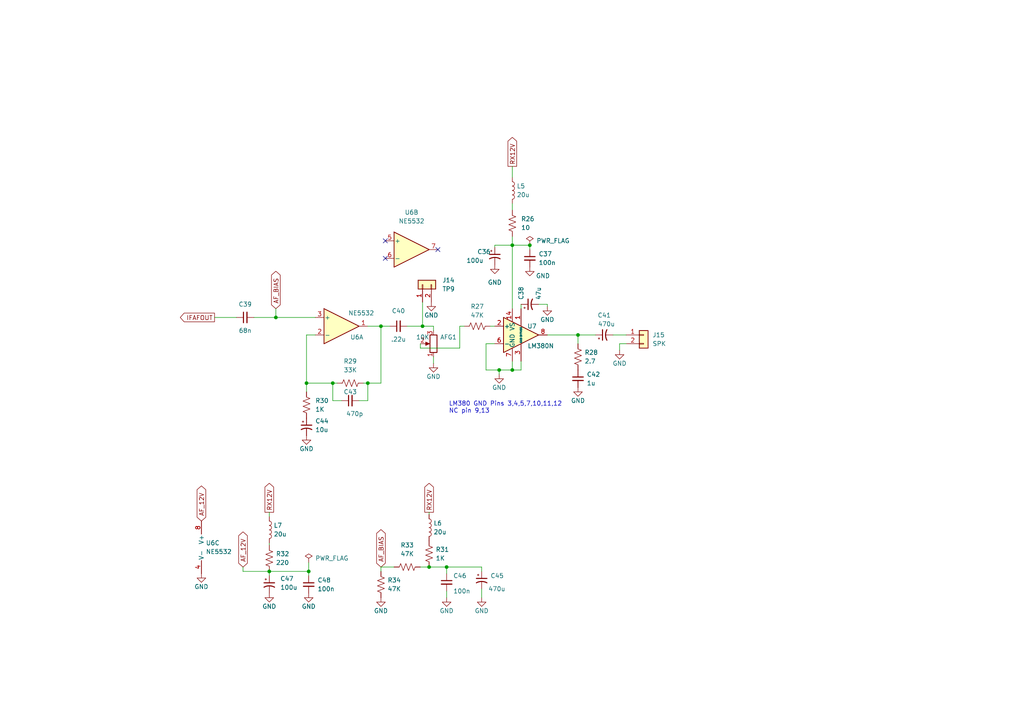
<source format=kicad_sch>
(kicad_sch (version 20211123) (generator eeschema)
  (paper "A4")
  (lib_symbols
    (symbol "Amplifier_Audio:LM380N" (pin_names (offset 0.127))
      (property "Reference" "U" (at 6.35 6.35 0))
      (property "Value" "LM380N" (at 6.35 3.81 0))
      (symbol "LM380N_0_1"
        (polyline (pts (xy -5.08 5.08) (xy 5.08 0) (xy -5.08 -5.08) (xy -5.08 5.08)) (stroke (width 0.254)) (fill (type background)))
      )
      (symbol "LM380N_1_1"
        (pin passive line (at 0 7.62 270) (length 5.08) (name "BYPASS") (number "1"))
        (pin passive line (at 0 -7.62 90) (length 5.08) hide (name "GND") (number "10"))
        (pin passive line (at 0 -7.62 90) (length 5.08) hide (name "GND") (number "11"))
        (pin passive line (at 0 -7.62 90) (length 5.08) hide (name "GND") (number "12"))
        (pin no_connect line (at 0 -2.54 90) (length 2.54) hide (name "NC") (number "13"))
        (pin power_in line (at -2.54 7.62 270) (length 3.81) (name "VS") (number "14"))
        (pin input line (at -7.62 2.54 0) (length 2.54) (name "+") (number "2"))
        (pin power_in line (at 0 -7.62 90) (length 5.08) (name "GND") (number "3"))
        (pin passive line (at 0 -7.62 90) (length 5.08) hide (name "GND") (number "4"))
        (pin passive line (at 0 -7.62 90) (length 5.08) hide (name "GND") (number "5"))
        (pin input line (at -7.62 -2.54 0) (length 2.54) (name "-") (number "6"))
        (pin power_in line (at -2.54 -7.62 90) (length 3.81) (name "GND") (number "7"))
        (pin output line (at 7.62 0 180) (length 2.54) (name "~") (number "8"))
        (pin no_connect line (at 0 2.54 270) (length 2.54) hide (name "NC") (number "9"))
      )
    )
    (symbol "Amplifier_Operational:NE5532" (pin_names (offset 0.127))
      (property "Reference" "U" (at 0 5.08 0))
      (property "Value" "NE5532" (at 0 -5.08 0))
      (symbol "NE5532_1_1"
        (polyline (pts (xy -5.08 5.08) (xy 5.08 0) (xy -5.08 -5.08) (xy -5.08 5.08)) (stroke (width 0.254)) (fill (type background)))
        (pin output line (at 7.62 0 180) (length 2.54) (name "~") (number "1"))
        (pin input line (at -7.62 -2.54 0) (length 2.54) (name "-") (number "2"))
        (pin input line (at -7.62 2.54 0) (length 2.54) (name "+") (number "3"))
      )
      (symbol "NE5532_2_1"
        (polyline (pts (xy -5.08 5.08) (xy 5.08 0) (xy -5.08 -5.08) (xy -5.08 5.08)) (stroke (width 0.254)) (fill (type background)))
        (pin input line (at -7.62 2.54 0) (length 2.54) (name "+") (number "5"))
        (pin input line (at -7.62 -2.54 0) (length 2.54) (name "-") (number "6"))
        (pin output line (at 7.62 0 180) (length 2.54) (name "~") (number "7"))
      )
      (symbol "NE5532_3_1"
        (pin power_in line (at -2.54 -7.62 90) (length 3.81) (name "V-") (number "4"))
        (pin power_in line (at -2.54 7.62 270) (length 3.81) (name "V+") (number "8"))
      )
    )
    (symbol "Connector_Generic:Conn_01x02" (pin_names (offset 1.016) hide)
      (property "Reference" "J" (at 0 2.54 0))
      (property "Value" "Conn_01x02" (at 0 -5.08 0))
      (symbol "Conn_01x02_1_1"
        (rectangle (start -1.27 -2.413) (end 0 -2.667) (stroke (width 0.1524)))
        (rectangle (start -1.27 0.127) (end 0 -0.127) (stroke (width 0.1524)))
        (rectangle (start -1.27 1.27) (end 1.27 -3.81) (stroke (width 0.254)) (fill (type background)))
        (pin passive line (at -5.08 0 0) (length 3.81) (name "Pin_1") (number "1"))
        (pin passive line (at -5.08 -2.54 0) (length 3.81) (name "Pin_2") (number "2"))
      )
    )
    (symbol "Device:C_Polarized_Small_US" (pin_numbers hide) (pin_names (offset 0.254) hide)
      (property "Reference" "C" (at 0.254 1.778 0))
      (property "Value" "C_Polarized_Small_US" (at 0.254 -2.032 0))
      (symbol "C_Polarized_Small_US_0_1"
        (polyline (pts (xy -1.524 0.508) (xy 1.524 0.508)) (stroke (width 0.3048)))
        (polyline (pts (xy -1.27 1.524) (xy -0.762 1.524)))
        (polyline (pts (xy -1.016 1.27) (xy -1.016 1.778)))
        (arc (start 1.524 -0.762) (mid 0 -0.3734) (end -1.524 -0.762) (stroke (width 0.3048)))
      )
      (symbol "C_Polarized_Small_US_1_1"
        (pin passive line (at 0 2.54 270) (length 2.032) (name "~") (number "1"))
        (pin passive line (at 0 -2.54 90) (length 2.032) (name "~") (number "2"))
      )
    )
    (symbol "Device:C_Small" (pin_numbers hide) (pin_names (offset 0.254) hide)
      (property "Reference" "C" (at 0.254 1.778 0))
      (property "Value" "C_Small" (at 0.254 -2.032 0))
      (symbol "C_Small_0_1"
        (polyline (pts (xy -1.524 -0.508) (xy 1.524 -0.508)) (stroke (width 0.3302)))
        (polyline (pts (xy -1.524 0.508) (xy 1.524 0.508)) (stroke (width 0.3048)))
      )
      (symbol "C_Small_1_1"
        (pin passive line (at 0 2.54 270) (length 2.032) (name "~") (number "1"))
        (pin passive line (at 0 -2.54 90) (length 2.032) (name "~") (number "2"))
      )
    )
    (symbol "Device:L" (pin_numbers hide) (pin_names (offset 1.016) hide)
      (property "Reference" "L" (at -1.27 0 90))
      (property "Value" "L" (at 1.905 0 90))
      (symbol "L_0_1"
        (arc (start 0 -2.54) (mid 0.635 -1.905) (end 0 -1.27))
        (arc (start 0 -1.27) (mid 0.635 -0.635) (end 0 0))
        (arc (start 0 0) (mid 0.635 0.635) (end 0 1.27))
        (arc (start 0 1.27) (mid 0.635 1.905) (end 0 2.54))
      )
      (symbol "L_1_1"
        (pin passive line (at 0 3.81 270) (length 1.27) (name "1") (number "1"))
        (pin passive line (at 0 -3.81 90) (length 1.27) (name "2") (number "2"))
      )
    )
    (symbol "Device:R_Potentiometer" (pin_names (offset 1.016) hide)
      (property "Reference" "RV" (at -4.445 0 90))
      (property "Value" "R_Potentiometer" (at -2.54 0 90))
      (symbol "R_Potentiometer_0_1"
        (polyline (pts (xy 2.54 0) (xy 1.524 0)))
        (polyline (pts (xy 1.143 0) (xy 2.286 0.508) (xy 2.286 -0.508) (xy 1.143 0)) (fill (type outline)))
        (rectangle (start 1.016 2.54) (end -1.016 -2.54) (stroke (width 0.254)))
      )
      (symbol "R_Potentiometer_1_1"
        (pin passive line (at 0 3.81 270) (length 1.27) (name "1") (number "1"))
        (pin passive line (at 3.81 0 180) (length 1.27) (name "2") (number "2"))
        (pin passive line (at 0 -3.81 90) (length 1.27) (name "3") (number "3"))
      )
    )
    (symbol "Device:R_US" (pin_numbers hide) (pin_names (offset 0))
      (property "Reference" "R" (at 2.54 0 90))
      (property "Value" "R_US" (at -2.54 0 90))
      (symbol "R_US_0_1"
        (polyline (pts (xy 0 -2.286) (xy 0 -2.54)))
        (polyline (pts (xy 0 2.286) (xy 0 2.54)))
        (polyline (pts (xy 0 -0.762) (xy 1.016 -1.143) (xy 0 -1.524) (xy -1.016 -1.905) (xy 0 -2.286)))
        (polyline (pts (xy 0 0.762) (xy 1.016 0.381) (xy 0 0) (xy -1.016 -0.381) (xy 0 -0.762)))
        (polyline (pts (xy 0 2.286) (xy 1.016 1.905) (xy 0 1.524) (xy -1.016 1.143) (xy 0 0.762)))
      )
      (symbol "R_US_1_1"
        (pin passive line (at 0 3.81 270) (length 1.27) (name "~") (number "1"))
        (pin passive line (at 0 -3.81 90) (length 1.27) (name "~") (number "2"))
      )
    )
    (symbol "power:GND" (power) (pin_names (offset 0))
      (property "Value" "GND" (at 0 -3.81 0))
      (symbol "GND_0_1"
        (polyline (pts (xy 0 0) (xy 0 -1.27) (xy 1.27 -1.27) (xy 0 -2.54) (xy -1.27 -1.27) (xy 0 -1.27)))
      )
      (symbol "GND_1_1"
        (pin power_in line (at 0 0 270) (length 0) hide (name "GND") (number "1"))
      )
    )
    (symbol "power:PWR_FLAG" (power) (pin_numbers hide) (pin_names (offset 0) hide)
      (property "Value" "PWR_FLAG" (at 0 3.81 0))
      (symbol "PWR_FLAG_0_0"
        (pin power_out line (at 0 0 90) (length 0) (name "pwr") (number "1"))
      )
      (symbol "PWR_FLAG_0_1"
        (polyline (pts (xy 0 0) (xy 0 1.27) (xy -1.016 1.905) (xy 0 2.54) (xy 1.016 1.905) (xy 0 1.27)))
      )
    )
  )
  (junction (at 96.52 111.125))
  (junction (at 78.105 165.735))
  (junction (at 110.49 94.615))
  (junction (at 144.78 107.315))
  (junction (at 148.59 107.315))
  (junction (at 80.01 92.075))
  (junction (at 167.64 97.155))
  (junction (at 124.46 164.465))
  (junction (at 129.54 164.465))
  (junction (at 88.9 111.125))
  (junction (at 89.535 165.735))
  (junction (at 153.67 71.12))
  (junction (at 106.68 111.125))
  (junction (at 122.555 94.615))
  (junction (at 148.59 71.12))
  (no_connect (at 111.76 69.85))
  (no_connect (at 127 72.39))
  (no_connect (at 111.76 74.93))
  (wire (pts (xy 139.7 164.465) (xy 129.54 164.465)))
  (wire (pts (xy 153.67 71.12) (xy 153.67 72.39)))
  (wire (pts (xy 144.78 107.315) (xy 140.97 107.315)))
  (wire (pts (xy 143.51 71.755) (xy 143.51 71.12)))
  (wire (pts (xy 148.59 104.775) (xy 148.59 107.315)))
  (wire (pts (xy 110.49 164.465) (xy 110.49 165.735)))
  (wire (pts (xy 88.9 111.125) (xy 88.9 113.665)))
  (wire (pts (xy 78.105 148.59) (xy 78.105 149.86)))
  (wire (pts (xy 139.7 173.355) (xy 139.7 170.815)))
  (wire (pts (xy 78.105 167.005) (xy 78.105 165.735)))
  (wire (pts (xy 167.64 97.155) (xy 172.72 97.155)))
  (wire (pts (xy 133.35 94.615) (xy 133.35 100.965)))
  (wire (pts (xy 96.52 111.125) (xy 88.9 111.125)))
  (wire (pts (xy 96.52 116.205) (xy 96.52 111.125)))
  (wire (pts (xy 89.535 165.735) (xy 89.535 167.005)))
  (wire (pts (xy 62.23 92.075) (xy 68.58 92.075)))
  (wire (pts (xy 122.555 94.615) (xy 125.73 94.615)))
  (wire (pts (xy 151.13 88.265) (xy 151.13 89.535)))
  (wire (pts (xy 148.59 107.315) (xy 144.78 107.315)))
  (wire (pts (xy 80.01 92.075) (xy 91.44 92.075)))
  (wire (pts (xy 140.97 99.695) (xy 143.51 99.695)))
  (wire (pts (xy 144.78 107.315) (xy 144.78 108.585)))
  (wire (pts (xy 124.46 164.465) (xy 129.54 164.465)))
  (wire (pts (xy 143.51 71.12) (xy 148.59 71.12)))
  (wire (pts (xy 110.49 94.615) (xy 113.03 94.615)))
  (wire (pts (xy 106.68 94.615) (xy 110.49 94.615)))
  (wire (pts (xy 148.59 107.315) (xy 151.13 107.315)))
  (wire (pts (xy 78.105 165.735) (xy 89.535 165.735)))
  (wire (pts (xy 125.73 103.505) (xy 125.73 105.41)))
  (wire (pts (xy 70.485 165.735) (xy 70.485 164.465)))
  (wire (pts (xy 151.13 104.775) (xy 151.13 107.315)))
  (wire (pts (xy 124.46 148.59) (xy 124.46 149.225)))
  (wire (pts (xy 148.59 71.12) (xy 153.67 71.12)))
  (wire (pts (xy 91.44 97.155) (xy 88.9 97.155)))
  (wire (pts (xy 142.24 94.615) (xy 143.51 94.615)))
  (wire (pts (xy 104.14 116.205) (xy 106.68 116.205)))
  (wire (pts (xy 134.62 94.615) (xy 133.35 94.615)))
  (wire (pts (xy 121.92 100.965) (xy 133.35 100.965)))
  (wire (pts (xy 129.54 173.355) (xy 129.54 171.45)))
  (wire (pts (xy 158.75 88.265) (xy 158.75 88.9)))
  (wire (pts (xy 156.21 88.265) (xy 158.75 88.265)))
  (wire (pts (xy 148.59 48.26) (xy 148.59 51.435)))
  (wire (pts (xy 110.49 94.615) (xy 110.49 111.125)))
  (wire (pts (xy 167.64 99.695) (xy 167.64 97.155)))
  (wire (pts (xy 125.73 94.615) (xy 125.73 95.885)))
  (wire (pts (xy 106.68 116.205) (xy 106.68 111.125)))
  (wire (pts (xy 121.92 164.465) (xy 124.46 164.465)))
  (wire (pts (xy 179.705 99.695) (xy 179.705 101.6)))
  (wire (pts (xy 122.555 87.63) (xy 122.555 94.615)))
  (wire (pts (xy 73.66 92.075) (xy 80.01 92.075)))
  (wire (pts (xy 158.75 97.155) (xy 167.64 97.155)))
  (wire (pts (xy 99.06 116.205) (xy 96.52 116.205)))
  (wire (pts (xy 139.7 164.465) (xy 139.7 165.735)))
  (wire (pts (xy 148.59 71.12) (xy 148.59 89.535)))
  (wire (pts (xy 121.92 99.695) (xy 121.92 100.965)))
  (wire (pts (xy 78.105 165.735) (xy 70.485 165.735)))
  (wire (pts (xy 88.9 97.155) (xy 88.9 111.125)))
  (wire (pts (xy 148.59 68.58) (xy 148.59 71.12)))
  (wire (pts (xy 80.01 89.535) (xy 80.01 92.075)))
  (wire (pts (xy 114.3 164.465) (xy 110.49 164.465)))
  (wire (pts (xy 129.54 164.465) (xy 129.54 166.37)))
  (wire (pts (xy 118.11 94.615) (xy 122.555 94.615)))
  (wire (pts (xy 89.535 163.195) (xy 89.535 165.735)))
  (wire (pts (xy 97.79 111.125) (xy 96.52 111.125)))
  (wire (pts (xy 105.41 111.125) (xy 106.68 111.125)))
  (wire (pts (xy 110.49 111.125) (xy 106.68 111.125)))
  (wire (pts (xy 140.97 107.315) (xy 140.97 99.695)))
  (wire (pts (xy 181.61 99.695) (xy 179.705 99.695)))
  (wire (pts (xy 148.59 59.055) (xy 148.59 60.96)))
  (wire (pts (xy 78.105 157.48) (xy 78.105 158.115)))
  (wire (pts (xy 177.8 97.155) (xy 181.61 97.155)))
  (text "LM380 GND Pins 3,4,5,7,10,11,12 \nNC pin 9,13" (at 130.175 120.015 0) (effects (font (size 1.27 1.27)) (justify left bottom)))
  (global_label "RX12V" (shape output) (at 124.46 148.59 90) (property "Intersheet References" "${INTERSHEET_REFS}" (effects hide)))
  (global_label "AF_12V" (shape bidirectional) (at 70.485 164.465 90) (property "Intersheet References" "${INTERSHEET_REFS}" (effects hide)))
  (global_label "AF_BIAS" (shape bidirectional) (at 80.01 89.535 90) (property "Intersheet References" "${INTERSHEET_REFS}" (effects hide)))
  (global_label "AF_BIAS" (shape bidirectional) (at 110.49 164.465 90) (property "Intersheet References" "${INTERSHEET_REFS}" (effects hide)))
  (global_label "IFAFOUT" (shape output) (at 62.23 92.075 180) (property "Intersheet References" "${INTERSHEET_REFS}" (effects hide)))
  (global_label "RX12V" (shape output) (at 78.105 148.59 90) (property "Intersheet References" "${INTERSHEET_REFS}" (effects hide)))
  (global_label "AF_12V" (shape bidirectional) (at 58.42 151.13 90) (property "Intersheet References" "${INTERSHEET_REFS}" (effects hide)))
  (global_label "RX12V" (shape output) (at 148.59 48.26 90) (property "Intersheet References" "${INTERSHEET_REFS}" (effects hide)))
  (symbol (lib_id "Device:R_US") (at 110.49 169.545 0) (unit 1)
    (property "Reference" "R34" (at 112.395 168.2749 0) (effects (justify left)))
    (property "Value" "47K" (at 112.395 170.8149 0) (effects (justify left)))
    (property "Footprint" "Resistor_SMD:R_1206_3216Metric" (effects hide))
  )
  (symbol (lib_id "Device:R_US") (at 124.46 160.655 0) (unit 1)
    (property "Reference" "R31" (at 126.365 159.3849 0) (effects (justify left)))
    (property "Value" "1K" (at 126.365 161.9249 0) (effects (justify left)))
    (property "Footprint" "Resistor_SMD:R_1206_3216Metric" (effects hide))
  )
  (symbol (lib_id "Device:C_Small") (at 89.535 169.545 0) (unit 1)
    (property "Reference" "C48" (at 92.075 168.2812 0) (effects (justify left)))
    (property "Value" "100n" (at 92.075 170.8212 0) (effects (justify left)))
    (property "Footprint" "Capacitor_SMD:C_1206_3216Metric" (effects hide))
  )
  (symbol (lib_id "Device:R_US") (at 148.59 64.77 0) (unit 1)
    (property "Reference" "R26" (at 151.13 63.4999 0) (effects (justify left)))
    (property "Value" "10" (at 151.13 66.0399 0) (effects (justify left)))
    (property "Footprint" "Resistor_SMD:R_1206_3216Metric" (effects hide))
  )
  (symbol (lib_id "Amplifier_Operational:NE5532") (at 99.06 94.615 0) (unit 1)
    (property "Reference" "U6" (at 103.505 97.79 0))
    (property "Value" "NE5532" (at 104.775 90.805 0))
    (property "Footprint" "Package_SO:SOP-8_3.9x4.9mm_P1.27mm" (effects hide))
    (property "Datasheet" "http://www.ti.com/lit/ds/symlink/ne5532.pdf" (effects hide))
  )
  (symbol (lib_id "power:GND") (at 125.095 87.63 0) (unit 1)
    (property "Reference" "#PWR050" (effects hide))
    (property "Value" "GND" (at 125.095 91.44 0))
  )
  (symbol (lib_id "power:GND") (at 167.64 112.395 0) (unit 1)
    (property "Reference" "#PWR055" (effects hide))
    (property "Value" "GND" (at 167.64 116.205 0))
  )
  (symbol (lib_id "Device:C_Polarized_Small_US") (at 78.105 169.545 0) (unit 1)
    (property "Reference" "C47" (at 81.28 167.8431 0) (effects (justify left)))
    (property "Value" "100u" (at 81.28 170.3831 0) (effects (justify left)))
    (property "Footprint" "Capacitor_THT:CP_Radial_D8.0mm_P2.50mm" (effects hide))
  )
  (symbol (lib_id "Device:C_Small") (at 101.6 116.205 90) (unit 1)
    (property "Reference" "C43" (at 101.6 113.665 90))
    (property "Value" "470p" (at 102.87 120.015 90))
    (property "Footprint" "Capacitor_SMD:C_1206_3216Metric" (effects hide))
  )
  (symbol (lib_id "power:GND") (at 144.78 108.585 0) (unit 1)
    (property "Reference" "#PWR054" (effects hide))
    (property "Value" "GND" (at 144.78 112.395 0))
  )
  (symbol (lib_id "power:PWR_FLAG") (at 89.535 163.195 0) (unit 1)
    (property "Reference" "#FLG010" (effects hide))
    (property "Value" "PWR_FLAG" (at 91.44 161.9249 0) (effects (justify left)))
  )
  (symbol (lib_id "power:GND") (at 110.49 173.355 0) (unit 1)
    (property "Reference" "#PWR060" (effects hide))
    (property "Value" "GND" (at 110.49 177.165 0))
  )
  (symbol (lib_id "Device:C_Small") (at 71.12 92.075 90) (unit 1)
    (property "Reference" "C39" (at 71.12 88.265 90))
    (property "Value" "68n" (at 71.12 95.885 90))
    (property "Footprint" "Capacitor_SMD:C_1206_3216Metric" (effects hide))
  )
  (symbol (lib_id "Device:L") (at 148.59 55.245 0) (unit 1)
    (property "Reference" "L5" (at 149.86 53.9749 0) (effects (justify left)))
    (property "Value" "20u" (at 149.86 56.5149 0) (effects (justify left)))
    (property "Footprint" "Inductor_SMD:L_1206_3216Metric" (effects hide))
  )
  (symbol (lib_id "Device:R_US") (at 138.43 94.615 90) (unit 1)
    (property "Reference" "R27" (at 138.43 88.9 90))
    (property "Value" "47K" (at 138.43 91.44 90))
    (property "Footprint" "Resistor_SMD:R_1206_3216Metric" (effects hide))
  )
  (symbol (lib_id "Device:C_Small") (at 129.54 168.91 0) (unit 1)
    (property "Reference" "C46" (at 131.445 167.005 0) (effects (justify left)))
    (property "Value" "100n" (at 131.445 171.45 0) (effects (justify left)))
    (property "Footprint" "Capacitor_SMD:C_1206_3216Metric" (effects hide))
  )
  (symbol (lib_id "power:GND") (at 153.67 77.47 0) (unit 1)
    (property "Reference" "#PWR049" (effects hide))
    (property "Value" "GND" (at 157.48 80.01 0))
  )
  (symbol (lib_id "power:GND") (at 158.75 88.9 0) (unit 1)
    (property "Reference" "#PWR051" (effects hide))
    (property "Value" "GND" (at 158.75 92.71 0))
  )
  (symbol (lib_id "Device:C_Small") (at 167.64 109.855 0) (unit 1)
    (property "Reference" "C42" (at 170.18 108.5912 0) (effects (justify left)))
    (property "Value" "1u" (at 170.18 111.1312 0) (effects (justify left)))
    (property "Footprint" "Capacitor_SMD:C_1206_3216Metric" (effects hide))
  )
  (symbol (lib_id "Device:C_Polarized_Small_US") (at 88.9 123.825 0) (unit 1)
    (property "Reference" "C44" (at 91.44 122.1231 0) (effects (justify left)))
    (property "Value" "10u" (at 91.44 124.6631 0) (effects (justify left)))
    (property "Footprint" "Capacitor_THT:CP_Radial_D8.0mm_P2.50mm" (effects hide))
  )
  (symbol (lib_id "Device:C_Small") (at 115.57 94.615 90) (unit 1)
    (property "Reference" "C40" (at 115.57 90.17 90))
    (property "Value" ".22u" (at 115.57 98.425 90))
    (property "Footprint" "Capacitor_SMD:C_1206_3216Metric_Pad1.33x1.80mm_HandSolder" (effects hide))
  )
  (symbol (lib_id "Device:R_US") (at 118.11 164.465 90) (unit 1)
    (property "Reference" "R33" (at 118.11 158.115 90))
    (property "Value" "47K" (at 118.11 160.655 90))
    (property "Footprint" "Resistor_SMD:R_1206_3216Metric" (effects hide))
  )
  (symbol (lib_id "power:GND") (at 58.42 166.37 0) (unit 1)
    (property "Reference" "#PWR057" (effects hide))
    (property "Value" "GND" (at 58.42 170.18 0))
  )
  (symbol (lib_id "Device:C_Polarized_Small_US") (at 139.7 168.275 0) (unit 1)
    (property "Reference" "C45" (at 142.24 167.005 0) (effects (justify left)))
    (property "Value" "470u" (at 141.605 170.815 0) (effects (justify left)))
    (property "Footprint" "Capacitor_THT:CP_Radial_D8.0mm_P3.50mm" (effects hide))
  )
  (symbol (lib_id "Device:C_Polarized_Small_US") (at 143.51 74.295 0) (unit 1)
    (property "Reference" "C36" (at 138.43 73.025 0) (effects (justify left)))
    (property "Value" "100u" (at 135.255 75.565 0) (effects (justify left)))
    (property "Footprint" "Capacitor_THT:CP_Radial_D8.0mm_P2.50mm" (effects hide))
  )
  (symbol (lib_id "Device:C_Small") (at 153.67 74.93 0) (unit 1)
    (property "Reference" "C37" (at 156.21 73.6662 0) (effects (justify left)))
    (property "Value" "100n" (at 156.21 76.2062 0) (effects (justify left)))
    (property "Footprint" "Capacitor_SMD:C_1206_3216Metric" (effects hide))
  )
  (symbol (lib_id "Connector_Generic:Conn_01x02") (at 122.555 82.55 90) (unit 1)
    (property "Reference" "J14" (at 128.27 81.2799 90) (effects (justify right)))
    (property "Value" "TP9" (at 128.27 83.8199 90) (effects (justify right)))
    (property "Footprint" "Connector_PinSocket_2.54mm:PinSocket_1x02_P2.54mm_Vertical" (effects hide))
  )
  (symbol (lib_id "Amplifier_Operational:NE5532") (at 60.96 158.75 0) (unit 3)
    (property "Reference" "U6" (at 59.69 157.4799 0) (effects (justify left)))
    (property "Value" "NE5532" (at 59.69 160.0199 0) (effects (justify left)))
    (property "Footprint" "Package_SO:SOP-8_3.9x4.9mm_P1.27mm" (effects hide))
    (property "Datasheet" "http://www.ti.com/lit/ds/symlink/ne5532.pdf" (effects hide))
  )
  (symbol (lib_id "Connector_Generic:Conn_01x02") (at 186.69 97.155 0) (unit 1)
    (property "Reference" "J15" (at 189.23 97.1549 0) (effects (justify left)))
    (property "Value" "SPK" (at 189.23 99.6949 0) (effects (justify left)))
    (property "Footprint" "Connector_PinHeader_2.54mm:PinHeader_1x02_P2.54mm_Vertical" (effects hide))
  )
  (symbol (lib_id "Amplifier_Operational:NE5532") (at 119.38 72.39 0) (unit 2)
    (property "Reference" "U6" (at 119.38 61.595 0))
    (property "Value" "NE5532" (at 119.38 64.135 0))
    (property "Footprint" "Package_SO:SOP-8_3.9x4.9mm_P1.27mm" (effects hide))
    (property "Datasheet" "http://www.ti.com/lit/ds/symlink/ne5532.pdf" (effects hide))
  )
  (symbol (lib_id "power:GND") (at 78.105 172.085 0) (unit 1)
    (property "Reference" "#PWR058" (effects hide))
    (property "Value" "GND" (at 78.105 175.895 0))
  )
  (symbol (lib_id "Device:R_US") (at 88.9 117.475 0) (unit 1)
    (property "Reference" "R30" (at 91.44 116.2049 0) (effects (justify left)))
    (property "Value" "1K" (at 91.44 118.7449 0) (effects (justify left)))
    (property "Footprint" "Resistor_SMD:R_1206_3216Metric" (effects hide))
  )
  (symbol (lib_id "Device:R_US") (at 167.64 103.505 0) (unit 1)
    (property "Reference" "R28" (at 169.545 102.2349 0) (effects (justify left)))
    (property "Value" "2.7" (at 169.545 104.7749 0) (effects (justify left)))
    (property "Footprint" "Resistor_SMD:R_1206_3216Metric" (effects hide))
  )
  (symbol (lib_id "power:GND") (at 139.7 173.355 0) (unit 1)
    (property "Reference" "#PWR062" (effects hide))
    (property "Value" "GND" (at 139.7 177.165 0))
  )
  (symbol (lib_id "Device:L") (at 78.105 153.67 0) (unit 1)
    (property "Reference" "L7" (at 79.375 152.3999 0) (effects (justify left)))
    (property "Value" "20u" (at 79.375 154.9399 0) (effects (justify left)))
    (property "Footprint" "Inductor_SMD:L_1206_3216Metric" (effects hide))
  )
  (symbol (lib_id "Device:R_US") (at 78.105 161.925 0) (unit 1)
    (property "Reference" "R32" (at 80.01 160.6549 0) (effects (justify left)))
    (property "Value" "220" (at 80.01 163.1949 0) (effects (justify left)))
    (property "Footprint" "Resistor_SMD:R_1206_3216Metric" (effects hide))
  )
  (symbol (lib_id "power:PWR_FLAG") (at 153.67 71.12 0) (unit 1)
    (property "Reference" "#FLG09" (effects hide))
    (property "Value" "PWR_FLAG" (at 155.575 69.8499 0) (effects (justify left)))
  )
  (symbol (lib_id "power:GND") (at 129.54 173.355 0) (unit 1)
    (property "Reference" "#PWR061" (effects hide))
    (property "Value" "GND" (at 129.54 177.165 0))
  )
  (symbol (lib_id "power:GND") (at 89.535 172.085 0) (unit 1)
    (property "Reference" "#PWR059" (effects hide))
    (property "Value" "GND" (at 89.535 175.895 0))
  )
  (symbol (lib_id "Device:C_Polarized_Small_US") (at 153.67 88.265 90) (unit 1)
    (property "Reference" "C38" (at 151.13 86.995 0) (effects (justify left)))
    (property "Value" "47u" (at 156.21 86.995 0) (effects (justify left)))
    (property "Footprint" "Capacitor_THT:CP_Radial_D8.0mm_P2.50mm" (effects hide))
  )
  (symbol (lib_id "Device:L") (at 124.46 153.035 0) (unit 1)
    (property "Reference" "L6" (at 125.73 151.7649 0) (effects (justify left)))
    (property "Value" "20u" (at 125.73 154.3049 0) (effects (justify left)))
    (property "Footprint" "Inductor_SMD:L_1206_3216Metric" (effects hide))
  )
  (symbol (lib_id "power:GND") (at 143.51 76.835 0) (unit 1)
    (property "Reference" "#PWR048" (effects hide))
    (property "Value" "GND" (at 143.51 81.915 0))
  )
  (symbol (lib_id "Device:R_Potentiometer") (at 125.73 99.695 180) (unit 1)
    (property "Reference" "AFG1" (at 127.635 97.79 0) (effects (justify right)))
    (property "Value" "10K" (at 120.65 97.79 0) (effects (justify right)))
    (property "Footprint" "Potentiometer_THT:Potentiometer_Bourns_3296W_Vertical" (effects hide))
  )
  (symbol (lib_id "Amplifier_Audio:LM380N") (at 151.13 97.155 0) (unit 1)
    (property "Reference" "U7" (at 154.305 94.615 0))
    (property "Value" "LM380N" (at 156.845 100.33 0))
    (property "Footprint" "Package_DIP:DIP-14_W7.62mm_Socket" (effects hide))
    (property "Datasheet" "http://www.ti.com/lit/ds/symlink/lm380.pdf" (effects hide))
  )
  (symbol (lib_id "power:GND") (at 125.73 105.41 0) (unit 1)
    (property "Reference" "#PWR053" (effects hide))
    (property "Value" "GND" (at 125.73 109.22 0))
  )
  (symbol (lib_id "power:GND") (at 179.705 101.6 0) (unit 1)
    (property "Reference" "#PWR052" (effects hide))
    (property "Value" "GND" (at 179.705 105.41 0))
  )
  (symbol (lib_id "Device:C_Polarized_Small_US") (at 175.26 97.155 90) (unit 1)
    (property "Reference" "C41" (at 175.26 91.44 90))
    (property "Value" "470u" (at 175.895 93.98 90))
    (property "Footprint" "Capacitor_THT:CP_Radial_D8.0mm_P3.50mm" (effects hide))
  )
  (symbol (lib_id "Device:R_US") (at 101.6 111.125 90) (unit 1)
    (property "Reference" "R29" (at 101.6 104.775 90))
    (property "Value" "33K" (at 101.6 107.315 90))
    (property "Footprint" "Resistor_SMD:R_1206_3216Metric" (effects hide))
  )
  (symbol (lib_id "power:GND") (at 88.9 126.365 0) (unit 1)
    (property "Reference" "#PWR056" (effects hide))
    (property "Value" "GND" (at 88.9 130.175 0))
  )
)
</source>
